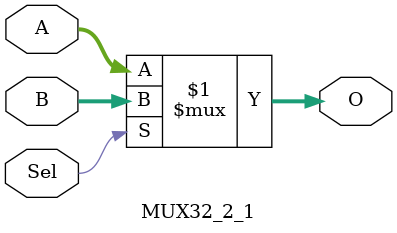
<source format=v>
`timescale 1ns / 1ps
module MUX32_2_1(
    input [31:0] A,
    input [31:0] B,
    input        Sel,
    output[31:0] O
);
assign O = Sel? B : A;
endmodule
</source>
